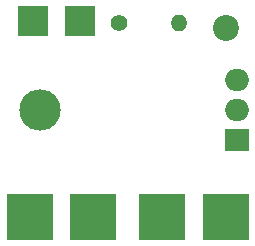
<source format=gbr>
%TF.GenerationSoftware,KiCad,Pcbnew,8.0.1*%
%TF.CreationDate,2025-01-10T19:22:40-08:00*%
%TF.ProjectId,pulltab,70756c6c-7461-4622-9e6b-696361645f70,rev?*%
%TF.SameCoordinates,Original*%
%TF.FileFunction,Soldermask,Top*%
%TF.FilePolarity,Negative*%
%FSLAX46Y46*%
G04 Gerber Fmt 4.6, Leading zero omitted, Abs format (unit mm)*
G04 Created by KiCad (PCBNEW 8.0.1) date 2025-01-10 19:22:40*
%MOMM*%
%LPD*%
G01*
G04 APERTURE LIST*
%ADD10C,2.200000*%
%ADD11O,3.500000X3.500000*%
%ADD12R,2.000000X1.905000*%
%ADD13O,2.000000X1.905000*%
%ADD14R,2.500000X2.500000*%
%ADD15R,4.000000X4.000000*%
%ADD16C,1.400000*%
%ADD17O,1.400000X1.400000*%
G04 APERTURE END LIST*
D10*
%TO.C,H1*%
X141122400Y-62534800D03*
%TD*%
D11*
%TO.C,Q1*%
X125374400Y-69443600D03*
D12*
X142034400Y-71983600D03*
D13*
X142034400Y-69443600D03*
X142034400Y-66903601D03*
%TD*%
D14*
%TO.C,J1*%
X128778000Y-61925200D03*
%TD*%
D15*
%TO.C,J4*%
X124510800Y-78486000D03*
%TD*%
%TO.C,J6*%
X129895600Y-78486000D03*
%TD*%
%TO.C,J2*%
X135737600Y-78486000D03*
%TD*%
D16*
%TO.C,R1*%
X132080000Y-62128400D03*
D17*
X137159999Y-62128400D03*
%TD*%
D14*
%TO.C,J5*%
X124815600Y-61925200D03*
%TD*%
D15*
%TO.C,J7*%
X141122400Y-78486000D03*
%TD*%
M02*

</source>
